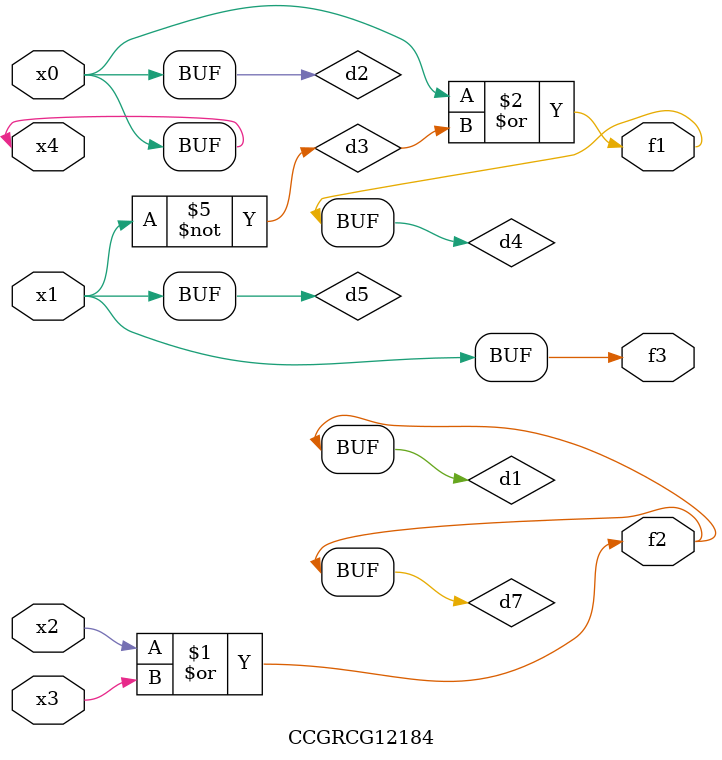
<source format=v>
module CCGRCG12184(
	input x0, x1, x2, x3, x4,
	output f1, f2, f3
);

	wire d1, d2, d3, d4, d5, d6, d7;

	or (d1, x2, x3);
	buf (d2, x0, x4);
	not (d3, x1);
	or (d4, d2, d3);
	not (d5, d3);
	nand (d6, d1, d3);
	or (d7, d1);
	assign f1 = d4;
	assign f2 = d7;
	assign f3 = d5;
endmodule

</source>
